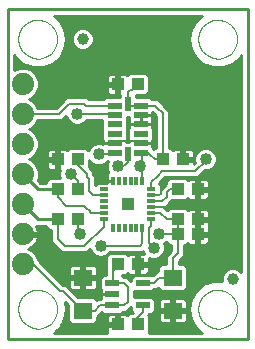
<source format=gtl>
G75*
G70*
%OFA0B0*%
%FSLAX24Y24*%
%IPPOS*%
%LPD*%
%AMOC8*
5,1,8,0,0,1.08239X$1,22.5*
%
%ADD10C,0.0100*%
%ADD11C,0.0394*%
%ADD12C,0.0000*%
%ADD13R,0.0118X0.0315*%
%ADD14R,0.0315X0.0118*%
%ADD15R,0.0394X0.0394*%
%ADD16R,0.0433X0.0394*%
%ADD17R,0.0472X0.0197*%
%ADD18R,0.0197X0.0472*%
%ADD19R,0.0472X0.0217*%
%ADD20R,0.0630X0.0551*%
%ADD21C,0.0740*%
%ADD22C,0.0400*%
%ADD23C,0.0080*%
D10*
X009837Y016005D02*
X017837Y016005D01*
X017837Y027005D01*
X009837Y027005D01*
X009837Y016005D01*
X011370Y016225D02*
X011568Y016391D01*
X011568Y016392D01*
X011734Y016679D01*
X011791Y017005D01*
X011749Y017245D01*
X011852Y017142D01*
X011852Y016608D01*
X011951Y016508D01*
X012722Y016508D01*
X012822Y016608D01*
X012822Y016744D01*
X012823Y016744D01*
X012974Y016895D01*
X012975Y016896D01*
X013018Y016853D01*
X013632Y016853D01*
X013700Y016921D01*
X013800Y016921D01*
X013924Y017045D01*
X013942Y017064D01*
X013942Y016952D01*
X014015Y016880D01*
X014007Y016872D01*
X013885Y016872D01*
X013823Y016810D01*
X013781Y016852D01*
X013551Y016852D01*
X013551Y016554D01*
X013454Y016554D01*
X013454Y016852D01*
X013224Y016852D01*
X013136Y016764D01*
X013136Y016553D01*
X013454Y016553D01*
X013454Y016457D01*
X013136Y016457D01*
X013136Y016246D01*
X013157Y016225D01*
X011370Y016225D01*
X011460Y016301D02*
X013136Y016301D01*
X013136Y016399D02*
X011572Y016399D01*
X011568Y016391D02*
X011568Y016391D01*
X011629Y016498D02*
X013454Y016498D01*
X013454Y016596D02*
X013551Y016596D01*
X013551Y016695D02*
X013454Y016695D01*
X013454Y016793D02*
X013551Y016793D01*
X013671Y016892D02*
X014003Y016892D01*
X013942Y016990D02*
X013869Y016990D01*
X014047Y017409D02*
X014047Y017601D01*
X014655Y017601D01*
X014724Y017669D01*
X014798Y017669D01*
X014852Y017723D01*
X014852Y017710D01*
X014951Y017611D01*
X015722Y017611D01*
X015822Y017710D01*
X015822Y018402D01*
X015722Y018502D01*
X015547Y018502D01*
X015547Y018618D01*
X015712Y018783D01*
X015712Y018957D01*
X015712Y019138D01*
X015789Y019138D01*
X015851Y019200D01*
X015893Y019158D01*
X016123Y019158D01*
X016123Y019456D01*
X016220Y019456D01*
X016220Y019158D01*
X016450Y019158D01*
X016538Y019246D01*
X016538Y019457D01*
X016220Y019457D01*
X016220Y019553D01*
X017617Y019553D01*
X017617Y019651D02*
X016538Y019651D01*
X016538Y019553D02*
X016538Y019764D01*
X016538Y019957D01*
X016220Y019957D01*
X016220Y020053D01*
X016538Y020053D01*
X016538Y020264D01*
X016450Y020352D01*
X016220Y020352D01*
X016220Y020054D01*
X016123Y020054D01*
X016123Y020352D01*
X015893Y020352D01*
X015851Y020310D01*
X015789Y020372D01*
X015215Y020372D01*
X015141Y020298D01*
X015045Y020393D01*
X015072Y020393D01*
X015224Y020545D01*
X015317Y020638D01*
X015789Y020638D01*
X015851Y020700D01*
X015893Y020658D01*
X016123Y020658D01*
X016123Y020956D01*
X016220Y020956D01*
X016220Y020658D01*
X016450Y020658D01*
X016538Y020746D01*
X016538Y020957D01*
X016220Y020957D01*
X016220Y021053D01*
X016538Y021053D01*
X016538Y021264D01*
X016450Y021352D01*
X016220Y021352D01*
X016220Y021054D01*
X016123Y021054D01*
X016123Y021352D01*
X015893Y021352D01*
X015851Y021310D01*
X015789Y021372D01*
X015215Y021372D01*
X015116Y021272D01*
X015116Y021181D01*
X014952Y021017D01*
X014952Y021127D01*
X014879Y021200D01*
X014924Y021245D01*
X015074Y021395D01*
X016000Y021395D01*
X016174Y021395D01*
X016414Y021635D01*
X016510Y021635D01*
X016646Y021691D01*
X016750Y021795D01*
X016807Y021931D01*
X016807Y022079D01*
X016750Y022215D01*
X016646Y022319D01*
X016510Y022375D01*
X016363Y022375D01*
X016227Y022319D01*
X016123Y022215D01*
X016067Y022079D01*
X016067Y021931D01*
X016081Y021896D01*
X016038Y021853D01*
X016038Y021957D01*
X015720Y021957D01*
X015720Y022053D01*
X016038Y022053D01*
X016038Y022264D01*
X015950Y022352D01*
X015720Y022352D01*
X015720Y022054D01*
X015623Y022054D01*
X015623Y022352D01*
X015393Y022352D01*
X015351Y022310D01*
X015289Y022372D01*
X015212Y022372D01*
X015212Y023453D01*
X015212Y023627D01*
X015024Y023815D01*
X014974Y023865D01*
X014836Y024002D01*
X014662Y024002D01*
X014635Y024002D01*
X014577Y024061D01*
X014105Y024061D01*
X014105Y024135D01*
X014108Y024138D01*
X014458Y024138D01*
X014558Y024238D01*
X014558Y024772D01*
X014458Y024872D01*
X013885Y024872D01*
X013823Y024810D01*
X013781Y024852D01*
X013551Y024852D01*
X013551Y024554D01*
X013454Y024554D01*
X013454Y024852D01*
X013224Y024852D01*
X013136Y024764D01*
X013136Y024553D01*
X013454Y024553D01*
X013454Y024457D01*
X013136Y024457D01*
X013136Y024246D01*
X013224Y024158D01*
X013454Y024158D01*
X013454Y024456D01*
X013551Y024456D01*
X013551Y024158D01*
X013588Y024158D01*
X013568Y024138D01*
X013568Y024061D01*
X013097Y024061D01*
X013039Y024002D01*
X012536Y024002D01*
X012474Y024065D01*
X011850Y024065D01*
X011800Y024065D01*
X011677Y023942D01*
X011450Y023715D01*
X010834Y023715D01*
X010795Y023811D01*
X010643Y023963D01*
X010541Y024005D01*
X010643Y024047D01*
X010795Y024199D01*
X010877Y024398D01*
X010877Y024612D01*
X010795Y024811D01*
X010643Y024963D01*
X010444Y025045D01*
X010229Y025045D01*
X010057Y024973D01*
X010057Y025476D01*
X010106Y025391D01*
X010360Y025178D01*
X010671Y025065D01*
X010750Y025065D01*
X010837Y025065D01*
X011003Y025065D01*
X011314Y025178D01*
X011568Y025391D01*
X011568Y025392D01*
X011734Y025679D01*
X011791Y026005D01*
X011734Y026331D01*
X011734Y026331D01*
X011568Y026619D01*
X011370Y026785D01*
X016304Y026785D01*
X016106Y026619D01*
X016106Y026619D01*
X016106Y026619D01*
X015940Y026331D01*
X015882Y026005D01*
X015940Y025679D01*
X015940Y025679D01*
X016106Y025391D01*
X016360Y025178D01*
X016671Y025065D01*
X016750Y025065D01*
X016837Y025065D01*
X017003Y025065D01*
X017314Y025178D01*
X017568Y025391D01*
X017568Y025392D01*
X017617Y025476D01*
X017617Y018244D01*
X017545Y018316D01*
X017410Y018372D01*
X017264Y018372D01*
X017129Y018316D01*
X017026Y018213D01*
X016970Y018078D01*
X016970Y017945D01*
X016924Y017945D01*
X016837Y017945D01*
X016812Y017945D01*
X016750Y017945D01*
X016671Y017945D01*
X016360Y017832D01*
X016106Y017619D01*
X016106Y017619D01*
X016106Y017619D01*
X015940Y017331D01*
X015882Y017005D01*
X015940Y016679D01*
X015940Y016679D01*
X016106Y016391D01*
X016304Y016225D01*
X014545Y016225D01*
X014558Y016238D01*
X014558Y016772D01*
X014529Y016801D01*
X014559Y016830D01*
X014559Y016853D01*
X014655Y016853D01*
X014755Y016952D01*
X014755Y017310D01*
X014655Y017409D01*
X014047Y017409D01*
X014047Y017483D02*
X016028Y017483D01*
X016084Y017582D02*
X014047Y017582D01*
X013942Y017946D02*
X013924Y017965D01*
X013924Y017965D01*
X013800Y018089D01*
X013700Y018089D01*
X013651Y018138D01*
X013789Y018138D01*
X013851Y018200D01*
X013893Y018158D01*
X014123Y018158D01*
X014123Y018456D01*
X014220Y018456D01*
X014220Y018158D01*
X014450Y018158D01*
X014538Y018246D01*
X014538Y018457D01*
X014220Y018457D01*
X014220Y018553D01*
X014538Y018553D01*
X014538Y018719D01*
X014643Y018675D01*
X014790Y018675D01*
X014926Y018731D01*
X015030Y018835D01*
X015087Y018971D01*
X015087Y019119D01*
X015054Y019198D01*
X015086Y019211D01*
X015116Y019241D01*
X015116Y019238D01*
X015215Y019138D01*
X015292Y019138D01*
X015292Y018957D01*
X015250Y018915D01*
X015127Y018792D01*
X015127Y018742D01*
X015127Y018502D01*
X014951Y018502D01*
X014852Y018402D01*
X014852Y018266D01*
X014801Y018266D01*
X014674Y018139D01*
X014655Y018157D01*
X014042Y018157D01*
X013942Y018058D01*
X013942Y017946D01*
X013942Y017976D02*
X013913Y017976D01*
X013959Y018074D02*
X013814Y018074D01*
X013824Y018173D02*
X013878Y018173D01*
X014123Y018173D02*
X014220Y018173D01*
X014220Y018272D02*
X014123Y018272D01*
X014123Y018370D02*
X014220Y018370D01*
X014220Y018469D02*
X014918Y018469D01*
X014852Y018370D02*
X014538Y018370D01*
X014538Y018272D02*
X014852Y018272D01*
X014708Y018173D02*
X014465Y018173D01*
X014538Y018567D02*
X015127Y018567D01*
X015127Y018666D02*
X014538Y018666D01*
X014396Y018852D02*
X014220Y018852D01*
X014220Y018554D01*
X014123Y018554D01*
X014123Y018852D01*
X013893Y018852D01*
X013851Y018810D01*
X013789Y018872D01*
X013215Y018872D01*
X013116Y018772D01*
X013116Y018309D01*
X013114Y018307D01*
X013116Y018299D01*
X013116Y018238D01*
X013127Y018227D01*
X013127Y018192D01*
X013127Y018157D01*
X013018Y018157D01*
X012919Y018058D01*
X012919Y017700D01*
X012941Y017678D01*
X012939Y017675D01*
X012939Y017509D01*
X013321Y017509D01*
X013321Y017501D01*
X012939Y017501D01*
X012939Y017341D01*
X012826Y017341D01*
X012803Y017318D01*
X012722Y017399D01*
X012188Y017399D01*
X011773Y017815D01*
X011674Y017815D01*
X010877Y018612D01*
X010877Y018612D01*
X010795Y018811D01*
X010643Y018963D01*
X010515Y019016D01*
X010631Y019064D01*
X010778Y019210D01*
X010857Y019402D01*
X010857Y019455D01*
X010387Y019455D01*
X010387Y019555D01*
X010857Y019555D01*
X010857Y019608D01*
X010784Y019785D01*
X010946Y019785D01*
X011116Y019785D01*
X011116Y019738D01*
X011215Y019638D01*
X011292Y019638D01*
X011292Y019427D01*
X011292Y019253D01*
X011527Y019018D01*
X011650Y018895D01*
X012250Y018895D01*
X012300Y018895D01*
X012474Y018895D01*
X012585Y019007D01*
X012623Y018915D01*
X012727Y018811D01*
X012863Y018755D01*
X013010Y018755D01*
X013146Y018811D01*
X013250Y018915D01*
X014344Y018915D01*
X014362Y018934D01*
X014396Y018852D01*
X014392Y018863D02*
X013798Y018863D01*
X014123Y018764D02*
X014220Y018764D01*
X014220Y018666D02*
X014123Y018666D01*
X014123Y018567D02*
X014220Y018567D01*
X014959Y018764D02*
X015127Y018764D01*
X015198Y018863D02*
X015042Y018863D01*
X015083Y018961D02*
X015292Y018961D01*
X015292Y019060D02*
X015087Y019060D01*
X015070Y019158D02*
X015195Y019158D01*
X015712Y019060D02*
X017617Y019060D01*
X017617Y019158D02*
X016450Y019158D01*
X016538Y019257D02*
X017617Y019257D01*
X017617Y019356D02*
X016538Y019356D01*
X016538Y019454D02*
X017617Y019454D01*
X017617Y019750D02*
X016538Y019750D01*
X016538Y019848D02*
X017617Y019848D01*
X017617Y019947D02*
X016538Y019947D01*
X016538Y020144D02*
X017617Y020144D01*
X017617Y020242D02*
X016538Y020242D01*
X016461Y020341D02*
X017617Y020341D01*
X017617Y020439D02*
X015118Y020439D01*
X015098Y020341D02*
X015184Y020341D01*
X015217Y020538D02*
X017617Y020538D01*
X017617Y020637D02*
X015315Y020637D01*
X015820Y020341D02*
X015882Y020341D01*
X016123Y020341D02*
X016220Y020341D01*
X016220Y020242D02*
X016123Y020242D01*
X016123Y020144D02*
X016220Y020144D01*
X016220Y020045D02*
X017617Y020045D01*
X016538Y019553D02*
X016220Y019553D01*
X016220Y019554D02*
X016123Y019554D01*
X016123Y019852D01*
X016123Y019956D01*
X016220Y019956D01*
X016220Y019852D01*
X016220Y019554D01*
X016220Y019651D02*
X016123Y019651D01*
X016123Y019750D02*
X016220Y019750D01*
X016220Y019848D02*
X016123Y019848D01*
X016123Y019947D02*
X016220Y019947D01*
X016220Y019454D02*
X016123Y019454D01*
X016123Y019356D02*
X016220Y019356D01*
X016220Y019257D02*
X016123Y019257D01*
X016123Y019158D02*
X016220Y019158D01*
X015893Y019158D02*
X015809Y019158D01*
X015712Y018961D02*
X017617Y018961D01*
X017617Y018863D02*
X015712Y018863D01*
X015693Y018764D02*
X017617Y018764D01*
X017617Y018666D02*
X015594Y018666D01*
X015547Y018567D02*
X017617Y018567D01*
X017617Y018469D02*
X015755Y018469D01*
X015822Y018370D02*
X017260Y018370D01*
X017414Y018370D02*
X017617Y018370D01*
X017617Y018272D02*
X017589Y018272D01*
X017085Y018272D02*
X015822Y018272D01*
X015822Y018173D02*
X017009Y018173D01*
X016970Y018074D02*
X015822Y018074D01*
X015822Y017976D02*
X016970Y017976D01*
X016671Y017945D02*
X016671Y017945D01*
X016485Y017877D02*
X015822Y017877D01*
X015822Y017779D02*
X016297Y017779D01*
X016179Y017680D02*
X015792Y017680D01*
X015714Y017379D02*
X015387Y017379D01*
X015387Y017004D01*
X015287Y017004D01*
X015287Y017379D01*
X014960Y017379D01*
X014872Y017292D01*
X014872Y017004D01*
X015287Y017004D01*
X015287Y016904D01*
X014872Y016904D01*
X014872Y016616D01*
X014960Y016528D01*
X015287Y016528D01*
X015287Y016904D01*
X015387Y016904D01*
X015387Y017004D01*
X015802Y017004D01*
X015802Y017292D01*
X015714Y017379D01*
X015802Y017286D02*
X015932Y017286D01*
X015940Y017331D02*
X015940Y017331D01*
X015971Y017385D02*
X014680Y017385D01*
X014755Y017286D02*
X014872Y017286D01*
X014872Y017188D02*
X014755Y017188D01*
X014755Y017089D02*
X014872Y017089D01*
X014755Y016990D02*
X015287Y016990D01*
X015287Y016892D02*
X015387Y016892D01*
X015387Y016904D02*
X015387Y016528D01*
X015714Y016528D01*
X015802Y016616D01*
X015802Y016904D01*
X015387Y016904D01*
X015387Y016990D02*
X015885Y016990D01*
X015882Y017005D02*
X015882Y017005D01*
X015897Y017089D02*
X015802Y017089D01*
X015802Y017188D02*
X015915Y017188D01*
X015902Y016892D02*
X015802Y016892D01*
X015802Y016793D02*
X015920Y016793D01*
X015937Y016695D02*
X015802Y016695D01*
X015782Y016596D02*
X015987Y016596D01*
X016044Y016498D02*
X014558Y016498D01*
X014558Y016596D02*
X014892Y016596D01*
X014872Y016695D02*
X014558Y016695D01*
X014537Y016793D02*
X014872Y016793D01*
X014872Y016892D02*
X014694Y016892D01*
X015287Y016793D02*
X015387Y016793D01*
X015387Y016695D02*
X015287Y016695D01*
X015287Y016596D02*
X015387Y016596D01*
X015387Y017089D02*
X015287Y017089D01*
X015287Y017188D02*
X015387Y017188D01*
X015387Y017286D02*
X015287Y017286D01*
X014882Y017680D02*
X014809Y017680D01*
X013337Y017891D02*
X013325Y017879D01*
X013127Y018173D02*
X012802Y018173D01*
X012802Y018106D02*
X012802Y018394D01*
X012714Y018482D01*
X012387Y018482D01*
X012387Y018106D01*
X012802Y018106D01*
X012802Y018006D02*
X012387Y018006D01*
X012387Y018106D01*
X012287Y018106D01*
X012287Y018006D01*
X012387Y018006D01*
X012387Y017631D01*
X012714Y017631D01*
X012802Y017718D01*
X012802Y018006D01*
X012802Y017976D02*
X012919Y017976D01*
X012919Y017877D02*
X012802Y017877D01*
X012802Y017779D02*
X012919Y017779D01*
X012939Y017680D02*
X012764Y017680D01*
X012939Y017582D02*
X012006Y017582D01*
X011960Y017631D02*
X012287Y017631D01*
X012287Y018006D01*
X011872Y018006D01*
X011872Y017718D01*
X011960Y017631D01*
X011910Y017680D02*
X011907Y017680D01*
X011872Y017779D02*
X011809Y017779D01*
X011872Y017877D02*
X011611Y017877D01*
X011513Y017976D02*
X011872Y017976D01*
X011872Y018106D02*
X012287Y018106D01*
X012287Y018482D01*
X011960Y018482D01*
X011872Y018394D01*
X011872Y018106D01*
X011872Y018173D02*
X011316Y018173D01*
X011414Y018074D02*
X012287Y018074D01*
X012287Y017976D02*
X012387Y017976D01*
X012387Y018074D02*
X012936Y018074D01*
X012802Y018272D02*
X013116Y018272D01*
X013116Y018370D02*
X012802Y018370D01*
X012727Y018469D02*
X013116Y018469D01*
X013116Y018567D02*
X010922Y018567D01*
X010855Y018666D02*
X013116Y018666D01*
X013116Y018764D02*
X013033Y018764D01*
X012841Y018764D02*
X010814Y018764D01*
X010743Y018863D02*
X012676Y018863D01*
X012604Y018961D02*
X012540Y018961D01*
X013198Y018863D02*
X013206Y018863D01*
X012387Y018469D02*
X012287Y018469D01*
X012287Y018370D02*
X012387Y018370D01*
X012387Y018272D02*
X012287Y018272D01*
X012287Y018173D02*
X012387Y018173D01*
X012387Y017877D02*
X012287Y017877D01*
X012287Y017779D02*
X012387Y017779D01*
X012387Y017680D02*
X012287Y017680D01*
X012104Y017483D02*
X012939Y017483D01*
X012939Y017385D02*
X012737Y017385D01*
X012974Y016895D02*
X012974Y016895D01*
X012971Y016892D02*
X012979Y016892D01*
X012872Y016793D02*
X013165Y016793D01*
X013136Y016695D02*
X012822Y016695D01*
X012810Y016596D02*
X013136Y016596D01*
X011863Y016596D02*
X011686Y016596D01*
X011734Y016679D02*
X011734Y016679D01*
X011737Y016695D02*
X011852Y016695D01*
X011852Y016793D02*
X011754Y016793D01*
X011771Y016892D02*
X011852Y016892D01*
X011852Y016990D02*
X011789Y016990D01*
X011791Y017005D02*
X011791Y017005D01*
X011776Y017089D02*
X011852Y017089D01*
X011806Y017188D02*
X011759Y017188D01*
X011872Y018272D02*
X011217Y018272D01*
X011119Y018370D02*
X011872Y018370D01*
X011947Y018469D02*
X011020Y018469D01*
X010644Y018961D02*
X011584Y018961D01*
X011485Y019060D02*
X010621Y019060D01*
X010726Y019158D02*
X011386Y019158D01*
X011292Y019257D02*
X010797Y019257D01*
X010838Y019356D02*
X011292Y019356D01*
X011292Y019454D02*
X010857Y019454D01*
X010839Y019651D02*
X011202Y019651D01*
X011116Y019750D02*
X010798Y019750D01*
X010837Y020005D02*
X011037Y020005D01*
X011502Y020005D01*
X010837Y020005D02*
X010337Y020505D01*
X010837Y021005D02*
X011037Y021005D01*
X011087Y021005D01*
X011502Y021005D01*
X011592Y021372D02*
X011215Y021372D01*
X011116Y021272D01*
X011116Y021225D01*
X010996Y021225D01*
X010946Y021225D01*
X010928Y021225D01*
X010841Y021312D01*
X010877Y021398D01*
X010877Y021612D01*
X010795Y021811D01*
X010643Y021963D01*
X010541Y022005D01*
X010643Y022047D01*
X010795Y022199D01*
X010877Y022398D01*
X010877Y022612D01*
X010795Y022811D01*
X010643Y022963D01*
X010541Y023005D01*
X010643Y023047D01*
X010795Y023199D01*
X010834Y023295D01*
X011450Y023295D01*
X011624Y023295D01*
X011787Y023458D01*
X011787Y023451D01*
X011843Y023315D01*
X011947Y023211D01*
X012083Y023155D01*
X012230Y023155D01*
X012366Y023211D01*
X012470Y023315D01*
X012998Y023315D01*
X012998Y023309D01*
X012998Y022994D01*
X012998Y022679D01*
X013018Y022659D01*
X013018Y022533D01*
X013403Y022533D01*
X013403Y022532D01*
X013018Y022532D01*
X013018Y022507D01*
X012950Y022535D01*
X012803Y022535D01*
X012667Y022479D01*
X012563Y022375D01*
X012532Y022299D01*
X012458Y022372D01*
X011885Y022372D01*
X011823Y022310D01*
X011781Y022352D01*
X011551Y022352D01*
X011551Y022054D01*
X011454Y022054D01*
X011454Y022352D01*
X011224Y022352D01*
X011136Y022264D01*
X011136Y022053D01*
X011454Y022053D01*
X011454Y021957D01*
X011136Y021957D01*
X011136Y021746D01*
X011224Y021658D01*
X011454Y021658D01*
X011454Y021956D01*
X011551Y021956D01*
X011551Y021658D01*
X011600Y021658D01*
X011567Y021579D01*
X011567Y021431D01*
X011592Y021372D01*
X011570Y021425D02*
X010877Y021425D01*
X010877Y021523D02*
X011567Y021523D01*
X011585Y021622D02*
X010873Y021622D01*
X010832Y021721D02*
X011161Y021721D01*
X011136Y021819D02*
X010786Y021819D01*
X010688Y021918D02*
X011136Y021918D01*
X011136Y022115D02*
X010710Y022115D01*
X010800Y022213D02*
X011136Y022213D01*
X011183Y022312D02*
X010841Y022312D01*
X010877Y022410D02*
X012599Y022410D01*
X012537Y022312D02*
X012518Y022312D01*
X012740Y022509D02*
X010877Y022509D01*
X010877Y022607D02*
X013018Y022607D01*
X013013Y022509D02*
X013018Y022509D01*
X012998Y022706D02*
X010838Y022706D01*
X010797Y022805D02*
X012998Y022805D01*
X012998Y022903D02*
X010702Y022903D01*
X010549Y023002D02*
X012998Y023002D01*
X012998Y023100D02*
X010696Y023100D01*
X010794Y023199D02*
X011978Y023199D01*
X011861Y023297D02*
X011626Y023297D01*
X011725Y023396D02*
X011810Y023396D01*
X012336Y023199D02*
X012998Y023199D01*
X012998Y023297D02*
X012452Y023297D01*
X011623Y023889D02*
X010717Y023889D01*
X010803Y023790D02*
X011525Y023790D01*
X011722Y023987D02*
X010584Y023987D01*
X010681Y024086D02*
X013568Y024086D01*
X013551Y024184D02*
X013454Y024184D01*
X013454Y024283D02*
X013551Y024283D01*
X013551Y024381D02*
X013454Y024381D01*
X013454Y024480D02*
X010877Y024480D01*
X010877Y024578D02*
X013136Y024578D01*
X013136Y024677D02*
X010850Y024677D01*
X010809Y024775D02*
X013147Y024775D01*
X013454Y024775D02*
X013551Y024775D01*
X013551Y024677D02*
X013454Y024677D01*
X013454Y024578D02*
X013551Y024578D01*
X013136Y024381D02*
X010870Y024381D01*
X010829Y024283D02*
X013136Y024283D01*
X013198Y024184D02*
X010780Y024184D01*
X010732Y024874D02*
X017617Y024874D01*
X017617Y024972D02*
X010619Y024972D01*
X010655Y025071D02*
X010057Y025071D01*
X010057Y025170D02*
X010384Y025170D01*
X010360Y025178D02*
X010360Y025178D01*
X010253Y025268D02*
X010057Y025268D01*
X010057Y025367D02*
X010135Y025367D01*
X010063Y025465D02*
X010057Y025465D01*
X011003Y025065D02*
X011003Y025065D01*
X011019Y025071D02*
X016655Y025071D01*
X016384Y025170D02*
X011290Y025170D01*
X011421Y025268D02*
X016253Y025268D01*
X016360Y025178D02*
X016360Y025178D01*
X016135Y025367D02*
X011538Y025367D01*
X011568Y025391D02*
X011568Y025391D01*
X011611Y025465D02*
X016063Y025465D01*
X016006Y025564D02*
X011667Y025564D01*
X011724Y025662D02*
X012206Y025662D01*
X012264Y025638D02*
X012410Y025638D01*
X012545Y025694D01*
X012648Y025797D01*
X012704Y025932D01*
X012704Y026078D01*
X012648Y026213D01*
X012545Y026316D01*
X012410Y026372D01*
X012264Y026372D01*
X012129Y026316D01*
X012026Y026213D01*
X011970Y026078D01*
X011970Y025932D01*
X012026Y025797D01*
X012129Y025694D01*
X012264Y025638D01*
X012468Y025662D02*
X015949Y025662D01*
X015925Y025761D02*
X012611Y025761D01*
X012674Y025859D02*
X015908Y025859D01*
X015891Y025958D02*
X012704Y025958D01*
X012704Y026056D02*
X015891Y026056D01*
X015882Y026005D02*
X015882Y026005D01*
X015909Y026155D02*
X012672Y026155D01*
X012607Y026254D02*
X015926Y026254D01*
X015940Y026331D02*
X015940Y026331D01*
X015952Y026352D02*
X012458Y026352D01*
X012216Y026352D02*
X011722Y026352D01*
X011747Y026254D02*
X012067Y026254D01*
X012002Y026155D02*
X011765Y026155D01*
X011782Y026056D02*
X011970Y026056D01*
X011970Y025958D02*
X011783Y025958D01*
X011791Y026005D02*
X011791Y026005D01*
X011766Y025859D02*
X012000Y025859D01*
X012062Y025761D02*
X011748Y025761D01*
X011734Y025679D02*
X011734Y025679D01*
X011665Y026451D02*
X016009Y026451D01*
X016066Y026549D02*
X011608Y026549D01*
X011533Y026648D02*
X016141Y026648D01*
X016258Y026746D02*
X011416Y026746D01*
X014555Y024775D02*
X017617Y024775D01*
X017617Y024677D02*
X014558Y024677D01*
X014558Y024578D02*
X017617Y024578D01*
X017617Y024480D02*
X014558Y024480D01*
X014558Y024381D02*
X017617Y024381D01*
X017617Y024283D02*
X014558Y024283D01*
X014504Y024184D02*
X017617Y024184D01*
X017617Y024086D02*
X014105Y024086D01*
X014270Y023478D02*
X014656Y023478D01*
X014656Y023582D01*
X014662Y023582D01*
X014677Y023568D01*
X014727Y023518D01*
X014792Y023453D01*
X014792Y022372D01*
X014715Y022372D01*
X014691Y022348D01*
X014676Y022363D01*
X014676Y022386D01*
X014656Y022406D01*
X014656Y022532D01*
X014270Y022532D01*
X014270Y022533D01*
X014656Y022533D01*
X014656Y022659D01*
X014676Y022679D01*
X014676Y023016D01*
X014656Y023036D01*
X014656Y023162D01*
X014270Y023162D01*
X014270Y023163D01*
X014270Y023163D01*
X014270Y023229D01*
X014270Y023477D01*
X014270Y023477D01*
X014270Y023411D01*
X014270Y023163D01*
X014656Y023163D01*
X014656Y023317D01*
X014656Y023477D01*
X014270Y023477D01*
X014270Y023478D01*
X014270Y023396D02*
X014270Y023396D01*
X014270Y023297D02*
X014270Y023297D01*
X014270Y023199D02*
X014270Y023199D01*
X014269Y023163D02*
X014269Y023162D01*
X013884Y023162D01*
X013884Y023036D01*
X013864Y023016D01*
X013864Y022679D01*
X013884Y022659D01*
X013884Y022584D01*
X013790Y022584D01*
X013790Y022659D01*
X013810Y022679D01*
X013810Y022994D01*
X013810Y023309D01*
X013810Y023426D01*
X013884Y023426D01*
X013884Y023323D01*
X013884Y023163D01*
X014269Y023163D01*
X013884Y023199D02*
X013810Y023199D01*
X013810Y023297D02*
X013884Y023297D01*
X013884Y023396D02*
X013810Y023396D01*
X013810Y023100D02*
X013884Y023100D01*
X013864Y023002D02*
X013810Y023002D01*
X013810Y022903D02*
X013864Y022903D01*
X013864Y022805D02*
X013810Y022805D01*
X013810Y022706D02*
X013864Y022706D01*
X013884Y022607D02*
X013790Y022607D01*
X014656Y022607D02*
X014792Y022607D01*
X014792Y022509D02*
X014656Y022509D01*
X014656Y022410D02*
X014792Y022410D01*
X014792Y022706D02*
X014676Y022706D01*
X014676Y022805D02*
X014792Y022805D01*
X014792Y022903D02*
X014676Y022903D01*
X014676Y023002D02*
X014792Y023002D01*
X014792Y023100D02*
X014656Y023100D01*
X014656Y023199D02*
X014792Y023199D01*
X014792Y023297D02*
X014656Y023297D01*
X014656Y023396D02*
X014792Y023396D01*
X014751Y023494D02*
X014656Y023494D01*
X015049Y023790D02*
X017617Y023790D01*
X017617Y023889D02*
X014950Y023889D01*
X014852Y023987D02*
X017617Y023987D01*
X017617Y023691D02*
X015147Y023691D01*
X015212Y023593D02*
X017617Y023593D01*
X017617Y023494D02*
X015212Y023494D01*
X015212Y023396D02*
X017617Y023396D01*
X017617Y023297D02*
X015212Y023297D01*
X015212Y023199D02*
X017617Y023199D01*
X017617Y023100D02*
X015212Y023100D01*
X015212Y023002D02*
X017617Y023002D01*
X017617Y022903D02*
X015212Y022903D01*
X015212Y022805D02*
X017617Y022805D01*
X017617Y022706D02*
X015212Y022706D01*
X015212Y022607D02*
X017617Y022607D01*
X017617Y022509D02*
X015212Y022509D01*
X015212Y022410D02*
X017617Y022410D01*
X017617Y022312D02*
X016653Y022312D01*
X016751Y022213D02*
X017617Y022213D01*
X017617Y022115D02*
X016792Y022115D01*
X016807Y022016D02*
X017617Y022016D01*
X017617Y021918D02*
X016801Y021918D01*
X016760Y021819D02*
X017617Y021819D01*
X017617Y021721D02*
X016676Y021721D01*
X016401Y021622D02*
X017617Y021622D01*
X017617Y021523D02*
X016302Y021523D01*
X016204Y021425D02*
X017617Y021425D01*
X017617Y021326D02*
X016476Y021326D01*
X016538Y021228D02*
X017617Y021228D01*
X017617Y021129D02*
X016538Y021129D01*
X016538Y020932D02*
X017617Y020932D01*
X017617Y020834D02*
X016538Y020834D01*
X016527Y020735D02*
X017617Y020735D01*
X017617Y021031D02*
X016220Y021031D01*
X016220Y021129D02*
X016123Y021129D01*
X016123Y021228D02*
X016220Y021228D01*
X016220Y021326D02*
X016123Y021326D01*
X015867Y021326D02*
X015835Y021326D01*
X015170Y021326D02*
X015005Y021326D01*
X014907Y021228D02*
X015116Y021228D01*
X015064Y021129D02*
X014949Y021129D01*
X014952Y021031D02*
X014966Y021031D01*
X016123Y020932D02*
X016220Y020932D01*
X016220Y020834D02*
X016123Y020834D01*
X016123Y020735D02*
X016220Y020735D01*
X016073Y021918D02*
X016038Y021918D01*
X016067Y022016D02*
X015720Y022016D01*
X015720Y022115D02*
X015623Y022115D01*
X015623Y022213D02*
X015720Y022213D01*
X015720Y022312D02*
X015623Y022312D01*
X015353Y022312D02*
X015349Y022312D01*
X015990Y022312D02*
X016220Y022312D01*
X016123Y022213D02*
X016038Y022213D01*
X016038Y022115D02*
X016082Y022115D01*
X013313Y021293D02*
X013313Y021292D01*
X013136Y021292D01*
X013136Y021226D01*
X012822Y021226D01*
X012747Y021151D01*
X012747Y021442D01*
X012697Y021492D01*
X012697Y021592D01*
X012574Y021715D01*
X012554Y021734D01*
X012558Y021738D01*
X012558Y021968D01*
X012563Y021955D01*
X012667Y021851D01*
X012803Y021795D01*
X012950Y021795D01*
X013086Y021851D01*
X013179Y021944D01*
X013192Y021947D01*
X013147Y021839D01*
X013147Y021691D01*
X013196Y021572D01*
X013136Y021512D01*
X013136Y021293D01*
X013313Y021293D01*
X013136Y021326D02*
X012747Y021326D01*
X012747Y021228D02*
X013136Y021228D01*
X013136Y021425D02*
X012747Y021425D01*
X012697Y021523D02*
X013147Y021523D01*
X013176Y021622D02*
X012667Y021622D01*
X012568Y021721D02*
X013147Y021721D01*
X013147Y021819D02*
X013008Y021819D01*
X013153Y021918D02*
X013180Y021918D01*
X012745Y021819D02*
X012558Y021819D01*
X012558Y021918D02*
X012601Y021918D01*
X011825Y022312D02*
X011821Y022312D01*
X011551Y022312D02*
X011454Y022312D01*
X011454Y022213D02*
X011551Y022213D01*
X011551Y022115D02*
X011454Y022115D01*
X011454Y022016D02*
X010568Y022016D01*
X010337Y021505D02*
X010837Y021005D01*
X010925Y021228D02*
X011116Y021228D01*
X011170Y021326D02*
X010847Y021326D01*
X011454Y021721D02*
X011551Y021721D01*
X011551Y021819D02*
X011454Y021819D01*
X011454Y021918D02*
X011551Y021918D01*
X011292Y019553D02*
X010387Y019553D01*
X014558Y016399D02*
X016101Y016399D01*
X016214Y016301D02*
X014558Y016301D01*
X017003Y025065D02*
X017003Y025065D01*
X017019Y025071D02*
X017617Y025071D01*
X017617Y025170D02*
X017290Y025170D01*
X017421Y025268D02*
X017617Y025268D01*
X017617Y025367D02*
X017538Y025367D01*
X017568Y025391D02*
X017568Y025391D01*
X017610Y025465D02*
X017617Y025465D01*
D11*
X012337Y026005D03*
X017337Y018005D03*
D12*
X016187Y017005D02*
X016222Y017216D01*
X016324Y017404D01*
X016481Y017549D01*
X016677Y017635D01*
X016891Y017653D01*
X017098Y017600D01*
X017277Y017483D01*
X017409Y017314D01*
X017478Y017112D01*
X017478Y016898D01*
X017409Y016696D01*
X017277Y016527D01*
X017098Y016410D01*
X016891Y016357D01*
X016677Y016375D01*
X016481Y016461D01*
X016324Y016606D01*
X016222Y016794D01*
X016187Y017005D01*
X010187Y017005D02*
X010222Y017216D01*
X010324Y017404D01*
X010481Y017549D01*
X010677Y017635D01*
X010891Y017653D01*
X011098Y017600D01*
X011277Y017483D01*
X011409Y017314D01*
X011478Y017112D01*
X011478Y016898D01*
X011409Y016696D01*
X011277Y016527D01*
X011098Y016410D01*
X010891Y016357D01*
X010677Y016375D01*
X010481Y016461D01*
X010324Y016606D01*
X010222Y016794D01*
X010187Y017005D01*
X010187Y026005D02*
X010222Y026216D01*
X010324Y026404D01*
X010481Y026549D01*
X010677Y026635D01*
X010891Y026653D01*
X011098Y026600D01*
X011277Y026483D01*
X011409Y026314D01*
X011478Y026112D01*
X011478Y025898D01*
X011409Y025696D01*
X011277Y025527D01*
X011098Y025410D01*
X010891Y025357D01*
X010677Y025375D01*
X010481Y025461D01*
X010324Y025606D01*
X010222Y025794D01*
X010187Y026005D01*
X016187Y026005D02*
X016222Y026216D01*
X016324Y026404D01*
X016481Y026549D01*
X016677Y026635D01*
X016891Y026653D01*
X017098Y026600D01*
X017277Y026483D01*
X017409Y026314D01*
X017478Y026112D01*
X017478Y025898D01*
X017409Y025696D01*
X017277Y025527D01*
X017098Y025410D01*
X016891Y025357D01*
X016677Y025375D01*
X016481Y025461D01*
X016324Y025606D01*
X016222Y025794D01*
X016187Y026005D01*
D13*
X014329Y021292D03*
X014132Y021292D03*
X013935Y021292D03*
X013738Y021292D03*
X013542Y021292D03*
X013345Y021292D03*
X013345Y019718D03*
X013542Y019718D03*
X013738Y019718D03*
X013935Y019718D03*
X014132Y019718D03*
X014329Y019718D03*
D14*
X014624Y020013D03*
X014624Y020210D03*
X014624Y020407D03*
X014624Y020603D03*
X014624Y020800D03*
X014624Y020997D03*
X013049Y020997D03*
X013049Y020800D03*
X013049Y020603D03*
X013049Y020407D03*
X013049Y020210D03*
X013049Y020013D03*
D15*
X013837Y020505D03*
D16*
X015502Y020005D03*
X016171Y020005D03*
X016171Y019505D03*
X015502Y019505D03*
X014171Y018505D03*
X013502Y018505D03*
X012171Y020005D03*
X011502Y020005D03*
X011502Y021005D03*
X012171Y021005D03*
X012171Y022005D03*
X011502Y022005D03*
X015002Y022005D03*
X015671Y022005D03*
X015502Y021005D03*
X016171Y021005D03*
X014171Y024505D03*
X013502Y024505D03*
X013502Y016505D03*
X014171Y016505D03*
D17*
X014270Y022218D03*
X014270Y022533D03*
X014270Y022848D03*
X014270Y023163D03*
X014270Y023477D03*
X014270Y023792D03*
X013404Y023792D03*
X013404Y023477D03*
X013404Y023163D03*
X013404Y022848D03*
X013404Y022533D03*
X013404Y022218D03*
D18*
X013837Y022178D03*
X013837Y023832D03*
D19*
X014349Y017879D03*
X014349Y017131D03*
X013325Y017131D03*
X013325Y017505D03*
X013325Y017879D03*
D20*
X012337Y018056D03*
X012337Y016954D03*
X015337Y016954D03*
X015337Y018056D03*
D21*
X010337Y018505D03*
X010337Y019505D03*
X010337Y020505D03*
X010337Y021505D03*
X010337Y022505D03*
X010337Y023505D03*
X010337Y024505D03*
D22*
X012157Y023525D03*
X011487Y023005D03*
X012877Y022165D03*
X012837Y021555D03*
X013517Y021765D03*
X014237Y021765D03*
X016437Y022005D03*
X016987Y020505D03*
X014877Y019525D03*
X014717Y019045D03*
X012937Y019125D03*
X012237Y019505D03*
X011387Y018705D03*
X012937Y016505D03*
X011937Y021505D03*
X015437Y024355D03*
D23*
X014749Y023792D02*
X014270Y023792D01*
X013849Y023792D01*
X013837Y023805D01*
X013837Y023832D01*
X013837Y024005D01*
X013837Y024245D01*
X013917Y024325D01*
X013997Y024325D01*
X014171Y024505D01*
X014749Y023792D02*
X014887Y023655D01*
X014937Y023605D01*
X015002Y023540D01*
X015002Y022005D01*
X014737Y022005D01*
X014587Y022155D01*
X014524Y022218D01*
X014270Y022218D01*
X014317Y022165D01*
X014317Y022085D01*
X014317Y021765D01*
X014237Y021765D01*
X014317Y021765D02*
X014317Y021445D01*
X014329Y021292D01*
X014624Y021242D02*
X014837Y021455D01*
X014987Y021605D01*
X016087Y021605D01*
X016437Y021955D01*
X016437Y022005D01*
X015502Y021005D02*
X015237Y021005D01*
X015137Y020905D01*
X015137Y020755D01*
X014985Y020603D01*
X014624Y020603D01*
X014624Y020407D02*
X015235Y020407D01*
X015237Y020405D01*
X014932Y020210D02*
X015137Y020005D01*
X015487Y020005D01*
X015502Y020005D01*
X015517Y019845D01*
X015517Y019685D01*
X015502Y019505D01*
X015502Y018870D01*
X015337Y018705D01*
X015337Y018655D01*
X015337Y018056D01*
X014888Y018056D01*
X014837Y018005D01*
X014711Y017879D01*
X014349Y017879D01*
X013837Y017755D02*
X013837Y017705D01*
X013837Y017255D01*
X013713Y017131D01*
X013325Y017131D01*
X012913Y017131D01*
X012887Y017105D01*
X012736Y016954D01*
X012337Y016954D01*
X011686Y017605D01*
X011587Y017605D01*
X010687Y018505D01*
X010337Y018505D01*
X011502Y019340D02*
X011737Y019105D01*
X012337Y019105D01*
X012387Y019105D01*
X013037Y019755D01*
X013049Y019768D01*
X013049Y020013D01*
X013049Y020210D02*
X012632Y020210D01*
X012537Y020305D01*
X012487Y020355D01*
X012387Y020455D01*
X011787Y020455D01*
X011502Y020740D01*
X011502Y021005D01*
X011937Y021505D02*
X012171Y021270D01*
X012171Y021005D01*
X012537Y021005D02*
X012537Y020955D01*
X012587Y020905D01*
X012692Y020800D01*
X013049Y020800D01*
X012537Y021005D02*
X012537Y021355D01*
X012487Y021405D01*
X012487Y021505D01*
X012171Y021820D01*
X012171Y022005D01*
X012877Y022165D02*
X013197Y022165D01*
X013404Y022218D01*
X013404Y022533D02*
X013476Y022605D01*
X013837Y022605D01*
X013887Y022605D01*
X014197Y022605D01*
X014270Y022533D01*
X013837Y022178D02*
X013837Y021905D01*
X013737Y021805D01*
X013697Y021765D01*
X013517Y021765D01*
X014624Y021242D02*
X014624Y020997D01*
X014624Y020800D02*
X014882Y020800D01*
X014937Y020855D01*
X014937Y021005D01*
X014987Y021055D01*
X014932Y020210D02*
X014624Y020210D01*
X014624Y020013D02*
X014624Y019792D01*
X014537Y019705D01*
X014537Y019255D01*
X014537Y019225D01*
X014557Y019205D01*
X014717Y019045D01*
X014329Y019197D02*
X014287Y019155D01*
X014257Y019125D01*
X012937Y019125D01*
X012237Y019505D02*
X012171Y019570D01*
X012171Y020005D01*
X011502Y020005D02*
X011502Y019340D01*
X013337Y018261D02*
X013337Y018105D01*
X013337Y018055D01*
X013337Y017891D01*
X013325Y017879D02*
X013713Y017879D01*
X013837Y017755D01*
X013337Y018261D02*
X013502Y018505D01*
X014329Y019197D02*
X014329Y019718D01*
X014877Y019525D02*
X015357Y019525D01*
X015502Y019505D01*
X014349Y017131D02*
X014349Y016917D01*
X014337Y016905D01*
X014157Y016725D01*
X014157Y016645D01*
X014171Y016505D01*
X013404Y023477D02*
X013197Y023525D01*
X012157Y023525D01*
X012449Y023792D02*
X012387Y023855D01*
X011937Y023855D01*
X011887Y023855D01*
X011537Y023505D01*
X010337Y023505D01*
X012449Y023792D02*
X013404Y023792D01*
M02*

</source>
